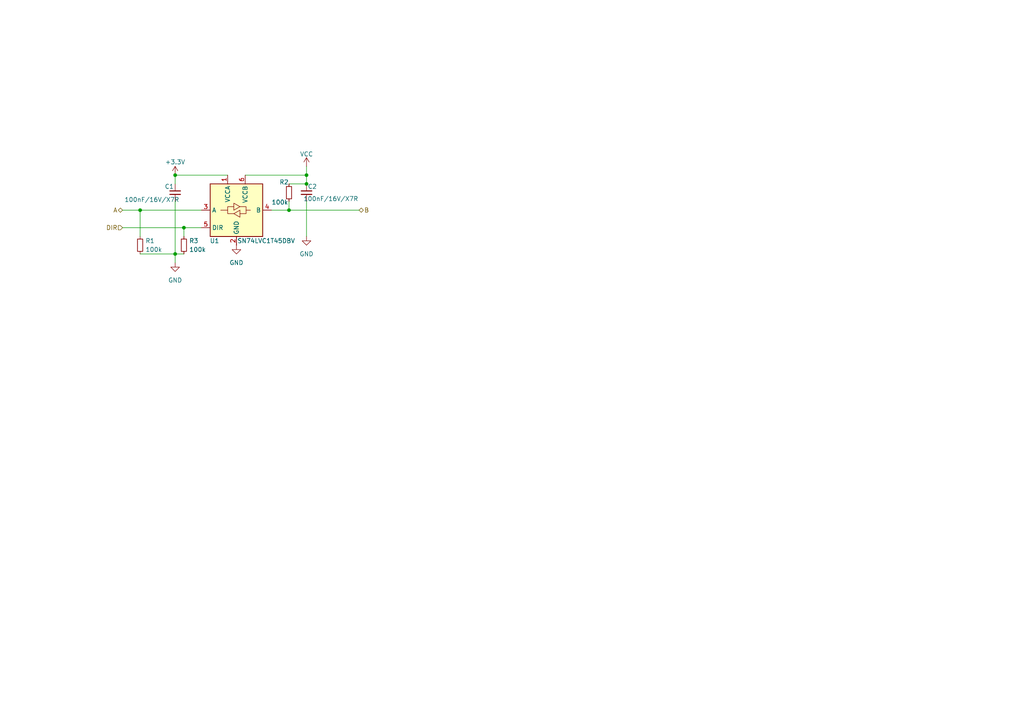
<source format=kicad_sch>
(kicad_sch (version 20230121) (generator eeschema)
  (paper "A4")
  (lib_symbols
    (symbol "jlcpcb-basic-capacitor-0402:100nF,16V,X7R "
      (property "Reference" "C" (at 1.71 0.508 0))
      (property "Value" "100nF,16V,X7R " (at 1.71 -1.016 0))
      (symbol "100nF,16V,X7R _0_0"
        (polyline (pts (xy -1.524 -0.508) (xy 1.524 -0.508)) (stroke (width 0.3048)))
        (polyline (pts (xy -1.524 0.508) (xy 1.524 0.508)) (stroke (width 0.3048)))
        (pin passive line (at 0 2.54 270) (length 2.032) (name "~") (number "1"))
        (pin passive line (at 0 -2.54 90) (length 2.032) (name "~") (number "2"))
      )
    )
    (symbol "jlcpcb-basic-resistor-0402:100k"
      (property "Reference" "R" (at 0.762 0.508 0))
      (property "Value" "100k" (at 0.762 -1.016 0))
      (symbol "100k_0_0"
        (rectangle (start -0.762 1.778) (end 0.762 -1.778) (stroke (width 0.2032)))
        (pin passive line (at 0 2.54 270) (length 0.762) (name "~") (number "1"))
        (pin passive line (at 0 -2.54 90) (length 0.762) (name "~") (number "2"))
      )
    )
    (symbol "power:+3.3V" (power) (pin_names (offset 0))
      (property "Value" "+3.3V" (at 0 3.556 0))
      (symbol "+3.3V_0_1"
        (polyline (pts (xy -0.762 1.27) (xy 0 2.54)))
        (polyline (pts (xy 0 0) (xy 0 2.54)))
        (polyline (pts (xy 0 2.54) (xy 0.762 1.27)))
      )
      (symbol "+3.3V_1_1"
        (pin power_in line (at 0 0 90) (length 0) hide (name "+3.3V") (number "1"))
      )
    )
    (symbol "power:GND" (power) (pin_names (offset 0))
      (property "Value" "GND" (at 0 -3.81 0))
      (symbol "GND_0_1"
        (polyline (pts (xy 0 0) (xy 0 -1.27) (xy 1.27 -1.27) (xy 0 -2.54) (xy -1.27 -1.27) (xy 0 -1.27)))
      )
      (symbol "GND_1_1"
        (pin power_in line (at 0 0 270) (length 0) hide (name "GND") (number "1"))
      )
    )
    (symbol "power:VCC" (power) (pin_names (offset 0))
      (property "Value" "VCC" (at 0 3.81 0))
      (symbol "VCC_0_1"
        (polyline (pts (xy -0.762 1.27) (xy 0 2.54)))
        (polyline (pts (xy 0 0) (xy 0 2.54)))
        (polyline (pts (xy 0 2.54) (xy 0.762 1.27)))
      )
      (symbol "VCC_1_1"
        (pin power_in line (at 0 0 90) (length 0) hide (name "VCC") (number "1"))
      )
    )
    (symbol "tom-semiconductors:SN74LVC1T45DBV"
      (property "Reference" "U" (at -6.35 8.89 0))
      (property "Value" "SN74LVC1T45DBV" (at 3.81 8.89 0))
      (symbol "SN74LVC1T45DBV_0_1"
        (rectangle (start -7.62 7.62) (end 7.62 -7.62) (stroke (width 0.254)) (fill (type background)))
        (polyline (pts (xy -2.54 0) (xy -2.54 1.016) (xy -0.762 1.016)))
        (polyline (pts (xy 2.794 0) (xy 2.794 -1.016) (xy 1.016 -1.016)))
        (polyline (pts (xy -0.762 -1.016) (xy -2.54 -1.016) (xy -2.54 0) (xy -4.572 0)))
        (polyline (pts (xy -0.762 0) (xy -0.762 2.032) (xy 1.016 1.016) (xy -0.762 0)))
        (polyline (pts (xy 1.016 1.016) (xy 2.794 1.016) (xy 2.794 0) (xy 4.064 0)))
        (polyline (pts (xy 1.016 0) (xy 1.016 -1.778) (xy 1.016 -2.032) (xy -0.762 -1.016) (xy 1.016 0)))
      )
      (symbol "SN74LVC1T45DBV_1_1"
        (pin power_in line (at -2.54 10.16 270) (length 2.54) (name "VCCA") (number "1"))
        (pin passive line (at 0 -10.16 90) (length 2.54) (name "GND") (number "2"))
        (pin bidirectional line (at -10.16 0 0) (length 2.54) (name "A") (number "3"))
        (pin bidirectional line (at 10.16 0 180) (length 2.54) (name "B") (number "4"))
        (pin input line (at -10.16 -5.08 0) (length 2.54) (name "DIR") (number "5"))
        (pin power_in line (at 2.54 10.16 270) (length 2.54) (name "VCCB") (number "6"))
      )
    )
  )
  (junction (at 50.8 73.66))
  (junction (at 53.34 66.04))
  (junction (at 50.8 50.8))
  (junction (at 88.9 53.34))
  (junction (at 88.9 50.8))
  (junction (at 40.64 60.96))
  (junction (at 83.82 60.96))
  (wire (pts (xy 40.64 60.96) (xy 58.42 60.96)))
  (wire (pts (xy 88.9 50.8) (xy 88.9 53.34)))
  (wire (pts (xy 50.8 50.8) (xy 66.04 50.8)))
  (wire (pts (xy 35.56 66.04) (xy 53.34 66.04)))
  (wire (pts (xy 50.8 50.8) (xy 50.8 53.34)))
  (wire (pts (xy 88.9 58.42) (xy 88.9 68.58)))
  (wire (pts (xy 40.64 68.58) (xy 40.64 60.96)))
  (wire (pts (xy 83.82 60.96) (xy 104.14 60.96)))
  (wire (pts (xy 50.8 58.42) (xy 50.8 73.66)))
  (wire (pts (xy 50.8 73.66) (xy 53.34 73.66)))
  (wire (pts (xy 83.82 58.42) (xy 83.82 60.96)))
  (wire (pts (xy 83.82 53.34) (xy 88.9 53.34)))
  (wire (pts (xy 71.12 50.8) (xy 88.9 50.8)))
  (wire (pts (xy 50.8 76.2) (xy 50.8 73.66)))
  (wire (pts (xy 50.8 73.66) (xy 40.64 73.66)))
  (wire (pts (xy 83.82 60.96) (xy 78.74 60.96)))
  (wire (pts (xy 88.9 48.26) (xy 88.9 50.8)))
  (wire (pts (xy 53.34 66.04) (xy 58.42 66.04)))
  (wire (pts (xy 53.34 66.04) (xy 53.34 68.58)))
  (wire (pts (xy 35.56 60.96) (xy 40.64 60.96)))
  (hierarchical_label "B" (shape bidirectional) (at 104.14 60.96 0))
  (hierarchical_label "DIR" (shape input) (at 35.56 66.04 180))
  (hierarchical_label "A" (shape bidirectional) (at 35.56 60.96 180))
  (symbol (lib_id "power:GND") (at 88.9 68.58 0) (unit 1)
    (property "Reference" "#PWR04" (effects hide))
    (property "Value" "GND" (at 88.9 73.66 0))
    (instances (project "pmod-level-conv-2" (path "" (reference "#PWR04") (unit 1)) (path "" (reference "#PWR08") (unit 1)) (path "" (reference "#PWR013") (unit 1)) (path "" (reference "#PWR018") (unit 1)) (path "" (reference "#PWR023") (unit 1)) (path "" (reference "#PWR028") (unit 1)) (path "" (reference "#PWR033") (unit 1)) (path "" (reference "#PWR038") (unit 1))))
  )
  (symbol (lib_id "power:+3.3V") (at 50.8 50.8 0) (unit 1)
    (property "Reference" "#PWR01" (effects hide))
    (property "Value" "+3.3V" (at 50.8 46.99 0))
    (instances (project "pmod-level-conv-2" (path "" (reference "#PWR01") (unit 1)) (path "" (reference "#PWR07") (unit 1)) (path "" (reference "#PWR012") (unit 1)) (path "" (reference "#PWR017") (unit 1)) (path "" (reference "#PWR022") (unit 1)) (path "" (reference "#PWR027") (unit 1)) (path "" (reference "#PWR032") (unit 1)) (path "" (reference "#PWR037") (unit 1))))
  )
  (symbol (lib_id "jlcpcb-basic-capacitor-0402:100nF,16V,X7R ") (at 88.9 55.88 0) (mirror y) (unit 1)
    (property "Reference" "C2" (at 91.948 54.102 0) (effects (justify left)))
    (property "Value" "100nF/16V/X7R " (at 104.902 57.658 0) (effects (justify left)))
    (property "Footprint" "tom-passives:C_0402_1005Metric" (effects hide))
    (property "Datasheet" "https://datasheet.lcsc.com/lcsc/1810191219_Samsung-Electro-Mechanics-CL05B104KO5NNNC_C1525.pdf" (effects hide))
    (property "LCSC" "C1525" (effects hide))
    (property "MFG" "Samsung Electro-Mechanics" (effects hide))
    (property "MFGPN" "CL05B104KO5NNNC" (effects hide))
    (instances (project "pmod-level-conv-2" (path "" (reference "C2") (unit 1)) (path "" (reference "C4") (unit 1)) (path "" (reference "C6") (unit 1)) (path "" (reference "C8") (unit 1)) (path "" (reference "C10") (unit 1)) (path "" (reference "C12") (unit 1)) (path "" (reference "C14") (unit 1)) (path "" (reference "C16") (unit 1))))
  )
  (symbol (lib_id "jlcpcb-basic-capacitor-0402:100nF,16V,X7R ") (at 50.8 55.88 0) (unit 1)
    (property "Reference" "C1" (at 47.752 54.102 0) (effects (justify left)))
    (property "Value" "100nF/16V/X7R " (at 36.068 57.912 0) (effects (justify left)))
    (property "Footprint" "tom-passives:C_0402_1005Metric" (effects hide))
    (property "Datasheet" "https://datasheet.lcsc.com/lcsc/1810191219_Samsung-Electro-Mechanics-CL05B104KO5NNNC_C1525.pdf" (effects hide))
    (property "LCSC" "C1525" (effects hide))
    (property "MFG" "Samsung Electro-Mechanics" (effects hide))
    (property "MFGPN" "CL05B104KO5NNNC" (effects hide))
    (instances (project "pmod-level-conv-2" (path "" (reference "C1") (unit 1)) (path "" (reference "C3") (unit 1)) (path "" (reference "C5") (unit 1)) (path "" (reference "C7") (unit 1)) (path "" (reference "C9") (unit 1)) (path "" (reference "C11") (unit 1)) (path "" (reference "C13") (unit 1)) (path "" (reference "C15") (unit 1))))
  )
  (symbol (lib_id "jlcpcb-basic-resistor-0402:100k") (at 83.82 55.88 0) (unit 1)
    (property "Reference" "R2" (at 81.026 52.832 0) (effects (justify left)))
    (property "Value" "100k" (at 78.74 58.674 0) (effects (justify left)))
    (property "Footprint" "tom-passives:R_0402_1005Metric" (effects hide))
    (property "Datasheet" "https://datasheet.lcsc.com/lcsc/2110260030_UNI-ROYAL-Uniroyal-Elec-0402WGF1003TCE_C25741.pdf" (effects hide))
    (property "LCSC" "C25741" (effects hide))
    (property "MFG" "UNI-ROYAL(Uniroyal Elec)" (effects hide))
    (property "MFGPN" "0402WGF1003TCE" (effects hide))
    (instances (project "pmod-level-conv-2" (path "" (reference "R2") (unit 1)) (path "" (reference "R4") (unit 1)) (path "" (reference "R7") (unit 1)) (path "" (reference "R10") (unit 1)) (path "" (reference "R13") (unit 1)) (path "" (reference "R16") (unit 1)) (path "" (reference "R19") (unit 1)) (path "" (reference "R22") (unit 1))))
  )
  (symbol (lib_id "jlcpcb-basic-resistor-0402:100k") (at 53.34 71.12 0) (unit 1)
    (property "Reference" "R3" (at 54.864 69.85 0) (effects (justify left)))
    (property "Value" "100k" (at 54.864 72.39 0) (effects (justify left)))
    (property "Footprint" "tom-passives:R_0402_1005Metric" (effects hide))
    (property "Datasheet" "https://datasheet.lcsc.com/lcsc/2110260030_UNI-ROYAL-Uniroyal-Elec-0402WGF1003TCE_C25741.pdf" (effects hide))
    (property "LCSC" "C25741" (effects hide))
    (property "MFG" "UNI-ROYAL(Uniroyal Elec)" (effects hide))
    (property "MFGPN" "0402WGF1003TCE" (effects hide))
    (instances (project "pmod-level-conv-2" (path "" (reference "R3") (unit 1)) (path "" (reference "R6") (unit 1)) (path "" (reference "R9") (unit 1)) (path "" (reference "R12") (unit 1)) (path "" (reference "R15") (unit 1)) (path "" (reference "R18") (unit 1)) (path "" (reference "R21") (unit 1)) (path "" (reference "R24") (unit 1))))
  )
  (symbol (lib_id "jlcpcb-basic-resistor-0402:100k") (at 40.64 71.12 0) (unit 1)
    (property "Reference" "R1" (at 42.164 69.85 0) (effects (justify left)))
    (property "Value" "100k" (at 42.164 72.39 0) (effects (justify left)))
    (property "Footprint" "tom-passives:R_0402_1005Metric" (effects hide))
    (property "Datasheet" "https://datasheet.lcsc.com/lcsc/2110260030_UNI-ROYAL-Uniroyal-Elec-0402WGF1003TCE_C25741.pdf" (effects hide))
    (property "LCSC" "C25741" (effects hide))
    (property "MFG" "UNI-ROYAL(Uniroyal Elec)" (effects hide))
    (property "MFGPN" "0402WGF1003TCE" (effects hide))
    (instances (project "pmod-level-conv-2" (path "" (reference "R1") (unit 1)) (path "" (reference "R5") (unit 1)) (path "" (reference "R8") (unit 1)) (path "" (reference "R11") (unit 1)) (path "" (reference "R14") (unit 1)) (path "" (reference "R17") (unit 1)) (path "" (reference "R20") (unit 1)) (path "" (reference "R23") (unit 1))))
  )
  (symbol (lib_id "power:GND") (at 68.58 71.12 0) (unit 1)
    (property "Reference" "#PWR05" (effects hide))
    (property "Value" "GND" (at 68.58 76.2 0))
    (instances (project "pmod-level-conv-2" (path "" (reference "#PWR05") (unit 1)) (path "" (reference "#PWR09") (unit 1)) (path "" (reference "#PWR014") (unit 1)) (path "" (reference "#PWR019") (unit 1)) (path "" (reference "#PWR024") (unit 1)) (path "" (reference "#PWR029") (unit 1)) (path "" (reference "#PWR034") (unit 1)) (path "" (reference "#PWR039") (unit 1))))
  )
  (symbol (lib_id "power:GND") (at 50.8 76.2 0) (unit 1)
    (property "Reference" "#PWR02" (effects hide))
    (property "Value" "GND" (at 50.8 81.28 0))
    (instances (project "pmod-level-conv-2" (path "" (reference "#PWR02") (unit 1)) (path "" (reference "#PWR010") (unit 1)) (path "" (reference "#PWR015") (unit 1)) (path "" (reference "#PWR020") (unit 1)) (path "" (reference "#PWR025") (unit 1)) (path "" (reference "#PWR030") (unit 1)) (path "" (reference "#PWR035") (unit 1)) (path "" (reference "#PWR040") (unit 1))))
  )
  (symbol (lib_id "power:VCC") (at 88.9 48.26 0) (unit 1)
    (property "Reference" "#PWR03" (effects hide))
    (property "Value" "VCC" (at 88.9 44.704 0))
    (instances (project "pmod-level-conv-2" (path "" (reference "#PWR03") (unit 1)) (path "" (reference "#PWR06") (unit 1)) (path "" (reference "#PWR011") (unit 1)) (path "" (reference "#PWR016") (unit 1)) (path "" (reference "#PWR021") (unit 1)) (path "" (reference "#PWR026") (unit 1)) (path "" (reference "#PWR031") (unit 1)) (path "" (reference "#PWR036") (unit 1))))
  )
  (symbol (lib_id "tom-semiconductors:SN74LVC1T45DBV") (at 68.58 60.96 0) (unit 1)
    (property "Reference" "U1" (at 62.23 69.85 0))
    (property "Value" "SN74LVC1T45DBV" (at 77.216 69.85 0))
    (property "Footprint" "tom-semiconductors:SOT-23-6" (effects hide))
    (property "Datasheet" "http://www.ti.com/lit/ds/symlink/sn74lvc1t45.pdf" (effects hide))
    (property "LCSC" "C7843" (effects hide))
    (instances (project "pmod-level-conv-2" (path "" (reference "U1") (unit 1)) (path "" (reference "U2") (unit 1)) (path "" (reference "U3") (unit 1)) (path "" (reference "U4") (unit 1)) (path "" (reference "U5") (unit 1)) (path "" (reference "U6") (unit 1)) (path "" (reference "U7") (unit 1)) (path "" (reference "U8") (unit 1))))
  )
)
</source>
